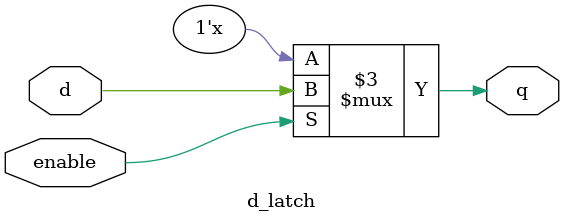
<source format=sv>
module mux_d_latch_top (
    input wire [3:0] d_inputs,
    input wire [1:0] select,
    input wire enable,
    output wire q
);
    // 内部信号
    wire selected_data;
    
    // 实例化多路选择器子模块
    mux_4to1 mux_inst (
        .d_inputs(d_inputs),
        .select(select),
        .selected_data(selected_data)
    );
    
    // 实例化锁存器子模块
    d_latch latch_inst (
        .d(selected_data),
        .enable(enable),
        .q(q)
    );
endmodule

// 4选1多路选择器子模块
module mux_4to1 (
    input wire [3:0] d_inputs,
    input wire [1:0] select,
    output reg selected_data
);
    always @* begin
        case(select)
            2'b00: selected_data = d_inputs[0];
            2'b01: selected_data = d_inputs[1];
            2'b10: selected_data = d_inputs[2];
            2'b11: selected_data = d_inputs[3];
            default: selected_data = d_inputs[0];
        endcase
    end
endmodule

// D锁存器子模块
module d_latch (
    input wire d,
    input wire enable,
    output reg q
);
    always @* begin
        if (enable)
            q = d;
    end
endmodule
</source>
